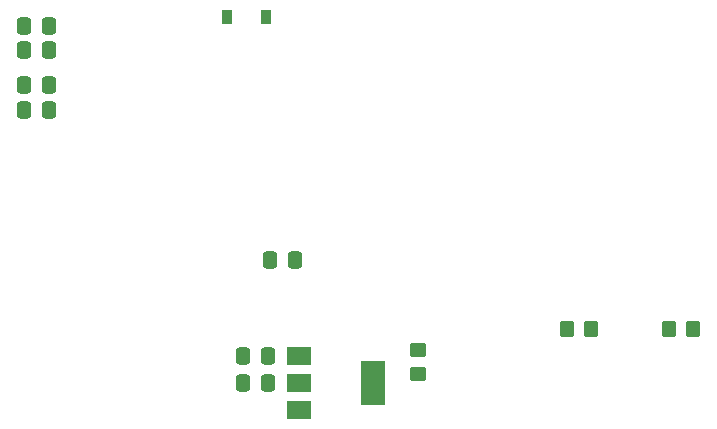
<source format=gbr>
%TF.GenerationSoftware,KiCad,Pcbnew,(6.0.2)*%
%TF.CreationDate,2023-06-01T18:25:34-05:00*%
%TF.ProjectId,MC_Circuit_v2,4d435f43-6972-4637-9569-745f76322e6b,rev?*%
%TF.SameCoordinates,Original*%
%TF.FileFunction,Paste,Bot*%
%TF.FilePolarity,Positive*%
%FSLAX46Y46*%
G04 Gerber Fmt 4.6, Leading zero omitted, Abs format (unit mm)*
G04 Created by KiCad (PCBNEW (6.0.2)) date 2023-06-01 18:25:34*
%MOMM*%
%LPD*%
G01*
G04 APERTURE LIST*
G04 Aperture macros list*
%AMRoundRect*
0 Rectangle with rounded corners*
0 $1 Rounding radius*
0 $2 $3 $4 $5 $6 $7 $8 $9 X,Y pos of 4 corners*
0 Add a 4 corners polygon primitive as box body*
4,1,4,$2,$3,$4,$5,$6,$7,$8,$9,$2,$3,0*
0 Add four circle primitives for the rounded corners*
1,1,$1+$1,$2,$3*
1,1,$1+$1,$4,$5*
1,1,$1+$1,$6,$7*
1,1,$1+$1,$8,$9*
0 Add four rect primitives between the rounded corners*
20,1,$1+$1,$2,$3,$4,$5,0*
20,1,$1+$1,$4,$5,$6,$7,0*
20,1,$1+$1,$6,$7,$8,$9,0*
20,1,$1+$1,$8,$9,$2,$3,0*%
G04 Aperture macros list end*
%ADD10RoundRect,0.250000X-0.350000X-0.450000X0.350000X-0.450000X0.350000X0.450000X-0.350000X0.450000X0*%
%ADD11RoundRect,0.250000X-0.450000X0.350000X-0.450000X-0.350000X0.450000X-0.350000X0.450000X0.350000X0*%
%ADD12RoundRect,0.250000X0.337500X0.475000X-0.337500X0.475000X-0.337500X-0.475000X0.337500X-0.475000X0*%
%ADD13R,0.900000X1.200000*%
%ADD14R,2.000000X1.500000*%
%ADD15R,2.000000X3.800000*%
G04 APERTURE END LIST*
D10*
%TO.C,R2*%
X180356000Y-99055000D03*
X182356000Y-99055000D03*
%TD*%
D11*
%TO.C,R3*%
X159026452Y-100854000D03*
X159026452Y-102854000D03*
%TD*%
D12*
%TO.C,C2*%
X127783500Y-78458000D03*
X125708500Y-78458000D03*
%TD*%
D13*
%TO.C,D4*%
X146176000Y-72644000D03*
X142876000Y-72644000D03*
%TD*%
D12*
%TO.C,C4*%
X127783500Y-80518000D03*
X125708500Y-80518000D03*
%TD*%
%TO.C,C3*%
X127783500Y-75438000D03*
X125708500Y-75438000D03*
%TD*%
%TO.C,C5*%
X146325500Y-101346000D03*
X144250500Y-101346000D03*
%TD*%
%TO.C,C1*%
X127783500Y-73406000D03*
X125708500Y-73406000D03*
%TD*%
D10*
%TO.C,R1*%
X171720000Y-99060000D03*
X173720000Y-99060000D03*
%TD*%
D12*
%TO.C,C7*%
X148611500Y-93218000D03*
X146536500Y-93218000D03*
%TD*%
D14*
%TO.C,U2*%
X148996000Y-105932000D03*
D15*
X155296000Y-103632000D03*
D14*
X148996000Y-103632000D03*
X148996000Y-101332000D03*
%TD*%
D12*
%TO.C,C6*%
X146325500Y-103632000D03*
X144250500Y-103632000D03*
%TD*%
M02*

</source>
